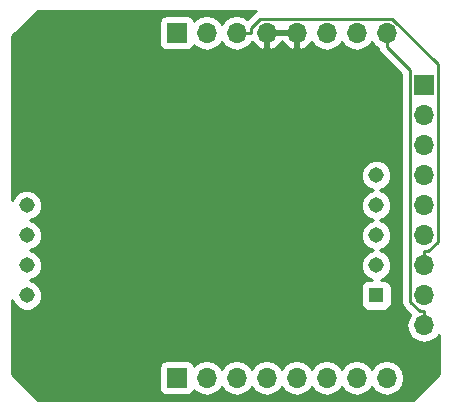
<source format=gbl>
G04 #@! TF.FileFunction,Copper,L2,Bot,Signal*
%FSLAX46Y46*%
G04 Gerber Fmt 4.6, Leading zero omitted, Abs format (unit mm)*
G04 Created by KiCad (PCBNEW 4.0.7-e2-6376~58~ubuntu17.04.1) date Fri Oct  6 15:08:15 2017*
%MOMM*%
%LPD*%
G01*
G04 APERTURE LIST*
%ADD10C,0.100000*%
%ADD11R,1.308000X1.308000*%
%ADD12C,1.308000*%
%ADD13R,1.700000X1.700000*%
%ADD14O,1.700000X1.700000*%
%ADD15C,0.250000*%
%ADD16C,0.254000*%
G04 APERTURE END LIST*
D10*
D11*
X175641000Y-113665000D03*
D12*
X175641000Y-111125000D03*
X175641000Y-108585000D03*
X175641000Y-106045000D03*
X175641000Y-103505000D03*
X146050000Y-113665000D03*
X146050000Y-111125000D03*
X146050000Y-108585000D03*
X146050000Y-106045000D03*
D13*
X158750000Y-120650000D03*
D14*
X161290000Y-120650000D03*
X163830000Y-120650000D03*
X166370000Y-120650000D03*
X168910000Y-120650000D03*
X171450000Y-120650000D03*
X173990000Y-120650000D03*
X176530000Y-120650000D03*
D13*
X158750000Y-91440000D03*
D14*
X161290000Y-91440000D03*
X163830000Y-91440000D03*
X166370000Y-91440000D03*
X168910000Y-91440000D03*
X171450000Y-91440000D03*
X173990000Y-91440000D03*
X176530000Y-91440000D03*
D13*
X179705000Y-95885000D03*
D14*
X179705000Y-98425000D03*
X179705000Y-100965000D03*
X179705000Y-103505000D03*
X179705000Y-106045000D03*
X179705000Y-108585000D03*
X179705000Y-111125000D03*
X179705000Y-113665000D03*
X179705000Y-116205000D03*
D15*
X165005300Y-91074700D02*
X165005300Y-91440000D01*
X165826300Y-90253700D02*
X165005300Y-91074700D01*
X177024700Y-90253700D02*
X165826300Y-90253700D01*
X180880400Y-94109400D02*
X177024700Y-90253700D01*
X180880400Y-109141600D02*
X180880400Y-94109400D01*
X180072300Y-109949700D02*
X180880400Y-109141600D01*
X179705000Y-109949700D02*
X180072300Y-109949700D01*
X179705000Y-111125000D02*
X179705000Y-109949700D01*
X163830000Y-91440000D02*
X165005300Y-91440000D01*
X178529700Y-94615000D02*
X176530000Y-92615300D01*
X178529700Y-114221800D02*
X178529700Y-94615000D01*
X179337600Y-115029700D02*
X178529700Y-114221800D01*
X179705000Y-115029700D02*
X179337600Y-115029700D01*
X179705000Y-116205000D02*
X179705000Y-115029700D01*
X176530000Y-91440000D02*
X176530000Y-92615300D01*
D16*
G36*
X165288899Y-89716299D02*
X164738757Y-90266441D01*
X164398285Y-90038946D01*
X163830000Y-89925907D01*
X163261715Y-90038946D01*
X162779946Y-90360853D01*
X162560000Y-90690026D01*
X162340054Y-90360853D01*
X161858285Y-90038946D01*
X161290000Y-89925907D01*
X160721715Y-90038946D01*
X160239946Y-90360853D01*
X160212150Y-90402452D01*
X160203162Y-90354683D01*
X160064090Y-90138559D01*
X159851890Y-89993569D01*
X159600000Y-89942560D01*
X157900000Y-89942560D01*
X157664683Y-89986838D01*
X157448559Y-90125910D01*
X157303569Y-90338110D01*
X157252560Y-90590000D01*
X157252560Y-92290000D01*
X157296838Y-92525317D01*
X157435910Y-92741441D01*
X157648110Y-92886431D01*
X157900000Y-92937440D01*
X159600000Y-92937440D01*
X159835317Y-92893162D01*
X160051441Y-92754090D01*
X160196431Y-92541890D01*
X160210086Y-92474459D01*
X160239946Y-92519147D01*
X160721715Y-92841054D01*
X161290000Y-92954093D01*
X161858285Y-92841054D01*
X162340054Y-92519147D01*
X162560000Y-92189974D01*
X162779946Y-92519147D01*
X163261715Y-92841054D01*
X163830000Y-92954093D01*
X164398285Y-92841054D01*
X164880054Y-92519147D01*
X165106790Y-92179812D01*
X165108211Y-92179530D01*
X165174817Y-92321358D01*
X165603076Y-92711645D01*
X166013110Y-92881476D01*
X166243000Y-92760155D01*
X166243000Y-91567000D01*
X166497000Y-91567000D01*
X166497000Y-92760155D01*
X166726890Y-92881476D01*
X167136924Y-92711645D01*
X167565183Y-92321358D01*
X167640000Y-92162046D01*
X167714817Y-92321358D01*
X168143076Y-92711645D01*
X168553110Y-92881476D01*
X168783000Y-92760155D01*
X168783000Y-91567000D01*
X166497000Y-91567000D01*
X166243000Y-91567000D01*
X166223000Y-91567000D01*
X166223000Y-91313000D01*
X166243000Y-91313000D01*
X166243000Y-91293000D01*
X166497000Y-91293000D01*
X166497000Y-91313000D01*
X168783000Y-91313000D01*
X168783000Y-91293000D01*
X169037000Y-91293000D01*
X169037000Y-91313000D01*
X169057000Y-91313000D01*
X169057000Y-91567000D01*
X169037000Y-91567000D01*
X169037000Y-92760155D01*
X169266890Y-92881476D01*
X169676924Y-92711645D01*
X170105183Y-92321358D01*
X170172298Y-92178447D01*
X170399946Y-92519147D01*
X170881715Y-92841054D01*
X171450000Y-92954093D01*
X172018285Y-92841054D01*
X172500054Y-92519147D01*
X172720000Y-92189974D01*
X172939946Y-92519147D01*
X173421715Y-92841054D01*
X173990000Y-92954093D01*
X174558285Y-92841054D01*
X175040054Y-92519147D01*
X175260000Y-92189974D01*
X175479946Y-92519147D01*
X175792402Y-92727923D01*
X175827852Y-92906139D01*
X175992599Y-93152701D01*
X177769700Y-94929802D01*
X177769700Y-114221800D01*
X177827552Y-114512639D01*
X177992299Y-114759201D01*
X178530600Y-115297502D01*
X178303946Y-115636715D01*
X178190907Y-116205000D01*
X178303946Y-116773285D01*
X178625853Y-117255054D01*
X179107622Y-117576961D01*
X179675907Y-117690000D01*
X179734093Y-117690000D01*
X180302378Y-117576961D01*
X180784147Y-117255054D01*
X180925000Y-117044252D01*
X180925000Y-120366264D01*
X178786264Y-122505000D01*
X146968736Y-122505000D01*
X144830000Y-120366264D01*
X144830000Y-119800000D01*
X157252560Y-119800000D01*
X157252560Y-121500000D01*
X157296838Y-121735317D01*
X157435910Y-121951441D01*
X157648110Y-122096431D01*
X157900000Y-122147440D01*
X159600000Y-122147440D01*
X159835317Y-122103162D01*
X160051441Y-121964090D01*
X160196431Y-121751890D01*
X160210086Y-121684459D01*
X160239946Y-121729147D01*
X160721715Y-122051054D01*
X161290000Y-122164093D01*
X161858285Y-122051054D01*
X162340054Y-121729147D01*
X162560000Y-121399974D01*
X162779946Y-121729147D01*
X163261715Y-122051054D01*
X163830000Y-122164093D01*
X164398285Y-122051054D01*
X164880054Y-121729147D01*
X165100000Y-121399974D01*
X165319946Y-121729147D01*
X165801715Y-122051054D01*
X166370000Y-122164093D01*
X166938285Y-122051054D01*
X167420054Y-121729147D01*
X167640000Y-121399974D01*
X167859946Y-121729147D01*
X168341715Y-122051054D01*
X168910000Y-122164093D01*
X169478285Y-122051054D01*
X169960054Y-121729147D01*
X170180000Y-121399974D01*
X170399946Y-121729147D01*
X170881715Y-122051054D01*
X171450000Y-122164093D01*
X172018285Y-122051054D01*
X172500054Y-121729147D01*
X172720000Y-121399974D01*
X172939946Y-121729147D01*
X173421715Y-122051054D01*
X173990000Y-122164093D01*
X174558285Y-122051054D01*
X175040054Y-121729147D01*
X175260000Y-121399974D01*
X175479946Y-121729147D01*
X175961715Y-122051054D01*
X176530000Y-122164093D01*
X177098285Y-122051054D01*
X177580054Y-121729147D01*
X177901961Y-121247378D01*
X178015000Y-120679093D01*
X178015000Y-120620907D01*
X177901961Y-120052622D01*
X177580054Y-119570853D01*
X177098285Y-119248946D01*
X176530000Y-119135907D01*
X175961715Y-119248946D01*
X175479946Y-119570853D01*
X175260000Y-119900026D01*
X175040054Y-119570853D01*
X174558285Y-119248946D01*
X173990000Y-119135907D01*
X173421715Y-119248946D01*
X172939946Y-119570853D01*
X172720000Y-119900026D01*
X172500054Y-119570853D01*
X172018285Y-119248946D01*
X171450000Y-119135907D01*
X170881715Y-119248946D01*
X170399946Y-119570853D01*
X170180000Y-119900026D01*
X169960054Y-119570853D01*
X169478285Y-119248946D01*
X168910000Y-119135907D01*
X168341715Y-119248946D01*
X167859946Y-119570853D01*
X167640000Y-119900026D01*
X167420054Y-119570853D01*
X166938285Y-119248946D01*
X166370000Y-119135907D01*
X165801715Y-119248946D01*
X165319946Y-119570853D01*
X165100000Y-119900026D01*
X164880054Y-119570853D01*
X164398285Y-119248946D01*
X163830000Y-119135907D01*
X163261715Y-119248946D01*
X162779946Y-119570853D01*
X162560000Y-119900026D01*
X162340054Y-119570853D01*
X161858285Y-119248946D01*
X161290000Y-119135907D01*
X160721715Y-119248946D01*
X160239946Y-119570853D01*
X160212150Y-119612452D01*
X160203162Y-119564683D01*
X160064090Y-119348559D01*
X159851890Y-119203569D01*
X159600000Y-119152560D01*
X157900000Y-119152560D01*
X157664683Y-119196838D01*
X157448559Y-119335910D01*
X157303569Y-119548110D01*
X157252560Y-119800000D01*
X144830000Y-119800000D01*
X144830000Y-114087806D01*
X144956602Y-114394206D01*
X145318887Y-114757124D01*
X145792477Y-114953776D01*
X146305273Y-114954223D01*
X146779206Y-114758398D01*
X147142124Y-114396113D01*
X147338776Y-113922523D01*
X147339223Y-113409727D01*
X147174473Y-113011000D01*
X174339560Y-113011000D01*
X174339560Y-114319000D01*
X174383838Y-114554317D01*
X174522910Y-114770441D01*
X174735110Y-114915431D01*
X174987000Y-114966440D01*
X176295000Y-114966440D01*
X176530317Y-114922162D01*
X176746441Y-114783090D01*
X176891431Y-114570890D01*
X176942440Y-114319000D01*
X176942440Y-113011000D01*
X176898162Y-112775683D01*
X176759090Y-112559559D01*
X176546890Y-112414569D01*
X176295000Y-112363560D01*
X176018887Y-112363560D01*
X176370206Y-112218398D01*
X176733124Y-111856113D01*
X176929776Y-111382523D01*
X176930223Y-110869727D01*
X176734398Y-110395794D01*
X176372113Y-110032876D01*
X175943270Y-109854804D01*
X176370206Y-109678398D01*
X176733124Y-109316113D01*
X176929776Y-108842523D01*
X176930223Y-108329727D01*
X176734398Y-107855794D01*
X176372113Y-107492876D01*
X175943270Y-107314804D01*
X176370206Y-107138398D01*
X176733124Y-106776113D01*
X176929776Y-106302523D01*
X176930223Y-105789727D01*
X176734398Y-105315794D01*
X176372113Y-104952876D01*
X175943270Y-104774804D01*
X176370206Y-104598398D01*
X176733124Y-104236113D01*
X176929776Y-103762523D01*
X176930223Y-103249727D01*
X176734398Y-102775794D01*
X176372113Y-102412876D01*
X175898523Y-102216224D01*
X175385727Y-102215777D01*
X174911794Y-102411602D01*
X174548876Y-102773887D01*
X174352224Y-103247477D01*
X174351777Y-103760273D01*
X174547602Y-104234206D01*
X174909887Y-104597124D01*
X175338730Y-104775196D01*
X174911794Y-104951602D01*
X174548876Y-105313887D01*
X174352224Y-105787477D01*
X174351777Y-106300273D01*
X174547602Y-106774206D01*
X174909887Y-107137124D01*
X175338730Y-107315196D01*
X174911794Y-107491602D01*
X174548876Y-107853887D01*
X174352224Y-108327477D01*
X174351777Y-108840273D01*
X174547602Y-109314206D01*
X174909887Y-109677124D01*
X175338730Y-109855196D01*
X174911794Y-110031602D01*
X174548876Y-110393887D01*
X174352224Y-110867477D01*
X174351777Y-111380273D01*
X174547602Y-111854206D01*
X174909887Y-112217124D01*
X175262544Y-112363560D01*
X174987000Y-112363560D01*
X174751683Y-112407838D01*
X174535559Y-112546910D01*
X174390569Y-112759110D01*
X174339560Y-113011000D01*
X147174473Y-113011000D01*
X147143398Y-112935794D01*
X146781113Y-112572876D01*
X146352270Y-112394804D01*
X146779206Y-112218398D01*
X147142124Y-111856113D01*
X147338776Y-111382523D01*
X147339223Y-110869727D01*
X147143398Y-110395794D01*
X146781113Y-110032876D01*
X146352270Y-109854804D01*
X146779206Y-109678398D01*
X147142124Y-109316113D01*
X147338776Y-108842523D01*
X147339223Y-108329727D01*
X147143398Y-107855794D01*
X146781113Y-107492876D01*
X146352270Y-107314804D01*
X146779206Y-107138398D01*
X147142124Y-106776113D01*
X147338776Y-106302523D01*
X147339223Y-105789727D01*
X147143398Y-105315794D01*
X146781113Y-104952876D01*
X146307523Y-104756224D01*
X145794727Y-104755777D01*
X145320794Y-104951602D01*
X144957876Y-105313887D01*
X144830000Y-105621846D01*
X144830000Y-91723736D01*
X146968736Y-89585000D01*
X165485402Y-89585000D01*
X165288899Y-89716299D01*
X165288899Y-89716299D01*
G37*
X165288899Y-89716299D02*
X164738757Y-90266441D01*
X164398285Y-90038946D01*
X163830000Y-89925907D01*
X163261715Y-90038946D01*
X162779946Y-90360853D01*
X162560000Y-90690026D01*
X162340054Y-90360853D01*
X161858285Y-90038946D01*
X161290000Y-89925907D01*
X160721715Y-90038946D01*
X160239946Y-90360853D01*
X160212150Y-90402452D01*
X160203162Y-90354683D01*
X160064090Y-90138559D01*
X159851890Y-89993569D01*
X159600000Y-89942560D01*
X157900000Y-89942560D01*
X157664683Y-89986838D01*
X157448559Y-90125910D01*
X157303569Y-90338110D01*
X157252560Y-90590000D01*
X157252560Y-92290000D01*
X157296838Y-92525317D01*
X157435910Y-92741441D01*
X157648110Y-92886431D01*
X157900000Y-92937440D01*
X159600000Y-92937440D01*
X159835317Y-92893162D01*
X160051441Y-92754090D01*
X160196431Y-92541890D01*
X160210086Y-92474459D01*
X160239946Y-92519147D01*
X160721715Y-92841054D01*
X161290000Y-92954093D01*
X161858285Y-92841054D01*
X162340054Y-92519147D01*
X162560000Y-92189974D01*
X162779946Y-92519147D01*
X163261715Y-92841054D01*
X163830000Y-92954093D01*
X164398285Y-92841054D01*
X164880054Y-92519147D01*
X165106790Y-92179812D01*
X165108211Y-92179530D01*
X165174817Y-92321358D01*
X165603076Y-92711645D01*
X166013110Y-92881476D01*
X166243000Y-92760155D01*
X166243000Y-91567000D01*
X166497000Y-91567000D01*
X166497000Y-92760155D01*
X166726890Y-92881476D01*
X167136924Y-92711645D01*
X167565183Y-92321358D01*
X167640000Y-92162046D01*
X167714817Y-92321358D01*
X168143076Y-92711645D01*
X168553110Y-92881476D01*
X168783000Y-92760155D01*
X168783000Y-91567000D01*
X166497000Y-91567000D01*
X166243000Y-91567000D01*
X166223000Y-91567000D01*
X166223000Y-91313000D01*
X166243000Y-91313000D01*
X166243000Y-91293000D01*
X166497000Y-91293000D01*
X166497000Y-91313000D01*
X168783000Y-91313000D01*
X168783000Y-91293000D01*
X169037000Y-91293000D01*
X169037000Y-91313000D01*
X169057000Y-91313000D01*
X169057000Y-91567000D01*
X169037000Y-91567000D01*
X169037000Y-92760155D01*
X169266890Y-92881476D01*
X169676924Y-92711645D01*
X170105183Y-92321358D01*
X170172298Y-92178447D01*
X170399946Y-92519147D01*
X170881715Y-92841054D01*
X171450000Y-92954093D01*
X172018285Y-92841054D01*
X172500054Y-92519147D01*
X172720000Y-92189974D01*
X172939946Y-92519147D01*
X173421715Y-92841054D01*
X173990000Y-92954093D01*
X174558285Y-92841054D01*
X175040054Y-92519147D01*
X175260000Y-92189974D01*
X175479946Y-92519147D01*
X175792402Y-92727923D01*
X175827852Y-92906139D01*
X175992599Y-93152701D01*
X177769700Y-94929802D01*
X177769700Y-114221800D01*
X177827552Y-114512639D01*
X177992299Y-114759201D01*
X178530600Y-115297502D01*
X178303946Y-115636715D01*
X178190907Y-116205000D01*
X178303946Y-116773285D01*
X178625853Y-117255054D01*
X179107622Y-117576961D01*
X179675907Y-117690000D01*
X179734093Y-117690000D01*
X180302378Y-117576961D01*
X180784147Y-117255054D01*
X180925000Y-117044252D01*
X180925000Y-120366264D01*
X178786264Y-122505000D01*
X146968736Y-122505000D01*
X144830000Y-120366264D01*
X144830000Y-119800000D01*
X157252560Y-119800000D01*
X157252560Y-121500000D01*
X157296838Y-121735317D01*
X157435910Y-121951441D01*
X157648110Y-122096431D01*
X157900000Y-122147440D01*
X159600000Y-122147440D01*
X159835317Y-122103162D01*
X160051441Y-121964090D01*
X160196431Y-121751890D01*
X160210086Y-121684459D01*
X160239946Y-121729147D01*
X160721715Y-122051054D01*
X161290000Y-122164093D01*
X161858285Y-122051054D01*
X162340054Y-121729147D01*
X162560000Y-121399974D01*
X162779946Y-121729147D01*
X163261715Y-122051054D01*
X163830000Y-122164093D01*
X164398285Y-122051054D01*
X164880054Y-121729147D01*
X165100000Y-121399974D01*
X165319946Y-121729147D01*
X165801715Y-122051054D01*
X166370000Y-122164093D01*
X166938285Y-122051054D01*
X167420054Y-121729147D01*
X167640000Y-121399974D01*
X167859946Y-121729147D01*
X168341715Y-122051054D01*
X168910000Y-122164093D01*
X169478285Y-122051054D01*
X169960054Y-121729147D01*
X170180000Y-121399974D01*
X170399946Y-121729147D01*
X170881715Y-122051054D01*
X171450000Y-122164093D01*
X172018285Y-122051054D01*
X172500054Y-121729147D01*
X172720000Y-121399974D01*
X172939946Y-121729147D01*
X173421715Y-122051054D01*
X173990000Y-122164093D01*
X174558285Y-122051054D01*
X175040054Y-121729147D01*
X175260000Y-121399974D01*
X175479946Y-121729147D01*
X175961715Y-122051054D01*
X176530000Y-122164093D01*
X177098285Y-122051054D01*
X177580054Y-121729147D01*
X177901961Y-121247378D01*
X178015000Y-120679093D01*
X178015000Y-120620907D01*
X177901961Y-120052622D01*
X177580054Y-119570853D01*
X177098285Y-119248946D01*
X176530000Y-119135907D01*
X175961715Y-119248946D01*
X175479946Y-119570853D01*
X175260000Y-119900026D01*
X175040054Y-119570853D01*
X174558285Y-119248946D01*
X173990000Y-119135907D01*
X173421715Y-119248946D01*
X172939946Y-119570853D01*
X172720000Y-119900026D01*
X172500054Y-119570853D01*
X172018285Y-119248946D01*
X171450000Y-119135907D01*
X170881715Y-119248946D01*
X170399946Y-119570853D01*
X170180000Y-119900026D01*
X169960054Y-119570853D01*
X169478285Y-119248946D01*
X168910000Y-119135907D01*
X168341715Y-119248946D01*
X167859946Y-119570853D01*
X167640000Y-119900026D01*
X167420054Y-119570853D01*
X166938285Y-119248946D01*
X166370000Y-119135907D01*
X165801715Y-119248946D01*
X165319946Y-119570853D01*
X165100000Y-119900026D01*
X164880054Y-119570853D01*
X164398285Y-119248946D01*
X163830000Y-119135907D01*
X163261715Y-119248946D01*
X162779946Y-119570853D01*
X162560000Y-119900026D01*
X162340054Y-119570853D01*
X161858285Y-119248946D01*
X161290000Y-119135907D01*
X160721715Y-119248946D01*
X160239946Y-119570853D01*
X160212150Y-119612452D01*
X160203162Y-119564683D01*
X160064090Y-119348559D01*
X159851890Y-119203569D01*
X159600000Y-119152560D01*
X157900000Y-119152560D01*
X157664683Y-119196838D01*
X157448559Y-119335910D01*
X157303569Y-119548110D01*
X157252560Y-119800000D01*
X144830000Y-119800000D01*
X144830000Y-114087806D01*
X144956602Y-114394206D01*
X145318887Y-114757124D01*
X145792477Y-114953776D01*
X146305273Y-114954223D01*
X146779206Y-114758398D01*
X147142124Y-114396113D01*
X147338776Y-113922523D01*
X147339223Y-113409727D01*
X147174473Y-113011000D01*
X174339560Y-113011000D01*
X174339560Y-114319000D01*
X174383838Y-114554317D01*
X174522910Y-114770441D01*
X174735110Y-114915431D01*
X174987000Y-114966440D01*
X176295000Y-114966440D01*
X176530317Y-114922162D01*
X176746441Y-114783090D01*
X176891431Y-114570890D01*
X176942440Y-114319000D01*
X176942440Y-113011000D01*
X176898162Y-112775683D01*
X176759090Y-112559559D01*
X176546890Y-112414569D01*
X176295000Y-112363560D01*
X176018887Y-112363560D01*
X176370206Y-112218398D01*
X176733124Y-111856113D01*
X176929776Y-111382523D01*
X176930223Y-110869727D01*
X176734398Y-110395794D01*
X176372113Y-110032876D01*
X175943270Y-109854804D01*
X176370206Y-109678398D01*
X176733124Y-109316113D01*
X176929776Y-108842523D01*
X176930223Y-108329727D01*
X176734398Y-107855794D01*
X176372113Y-107492876D01*
X175943270Y-107314804D01*
X176370206Y-107138398D01*
X176733124Y-106776113D01*
X176929776Y-106302523D01*
X176930223Y-105789727D01*
X176734398Y-105315794D01*
X176372113Y-104952876D01*
X175943270Y-104774804D01*
X176370206Y-104598398D01*
X176733124Y-104236113D01*
X176929776Y-103762523D01*
X176930223Y-103249727D01*
X176734398Y-102775794D01*
X176372113Y-102412876D01*
X175898523Y-102216224D01*
X175385727Y-102215777D01*
X174911794Y-102411602D01*
X174548876Y-102773887D01*
X174352224Y-103247477D01*
X174351777Y-103760273D01*
X174547602Y-104234206D01*
X174909887Y-104597124D01*
X175338730Y-104775196D01*
X174911794Y-104951602D01*
X174548876Y-105313887D01*
X174352224Y-105787477D01*
X174351777Y-106300273D01*
X174547602Y-106774206D01*
X174909887Y-107137124D01*
X175338730Y-107315196D01*
X174911794Y-107491602D01*
X174548876Y-107853887D01*
X174352224Y-108327477D01*
X174351777Y-108840273D01*
X174547602Y-109314206D01*
X174909887Y-109677124D01*
X175338730Y-109855196D01*
X174911794Y-110031602D01*
X174548876Y-110393887D01*
X174352224Y-110867477D01*
X174351777Y-111380273D01*
X174547602Y-111854206D01*
X174909887Y-112217124D01*
X175262544Y-112363560D01*
X174987000Y-112363560D01*
X174751683Y-112407838D01*
X174535559Y-112546910D01*
X174390569Y-112759110D01*
X174339560Y-113011000D01*
X147174473Y-113011000D01*
X147143398Y-112935794D01*
X146781113Y-112572876D01*
X146352270Y-112394804D01*
X146779206Y-112218398D01*
X147142124Y-111856113D01*
X147338776Y-111382523D01*
X147339223Y-110869727D01*
X147143398Y-110395794D01*
X146781113Y-110032876D01*
X146352270Y-109854804D01*
X146779206Y-109678398D01*
X147142124Y-109316113D01*
X147338776Y-108842523D01*
X147339223Y-108329727D01*
X147143398Y-107855794D01*
X146781113Y-107492876D01*
X146352270Y-107314804D01*
X146779206Y-107138398D01*
X147142124Y-106776113D01*
X147338776Y-106302523D01*
X147339223Y-105789727D01*
X147143398Y-105315794D01*
X146781113Y-104952876D01*
X146307523Y-104756224D01*
X145794727Y-104755777D01*
X145320794Y-104951602D01*
X144957876Y-105313887D01*
X144830000Y-105621846D01*
X144830000Y-91723736D01*
X146968736Y-89585000D01*
X165485402Y-89585000D01*
X165288899Y-89716299D01*
G36*
X179832000Y-113538000D02*
X179852000Y-113538000D01*
X179852000Y-113792000D01*
X179832000Y-113792000D01*
X179832000Y-113812000D01*
X179578000Y-113812000D01*
X179578000Y-113792000D01*
X179558000Y-113792000D01*
X179558000Y-113538000D01*
X179578000Y-113538000D01*
X179578000Y-113518000D01*
X179832000Y-113518000D01*
X179832000Y-113538000D01*
X179832000Y-113538000D01*
G37*
X179832000Y-113538000D02*
X179852000Y-113538000D01*
X179852000Y-113792000D01*
X179832000Y-113792000D01*
X179832000Y-113812000D01*
X179578000Y-113812000D01*
X179578000Y-113792000D01*
X179558000Y-113792000D01*
X179558000Y-113538000D01*
X179578000Y-113538000D01*
X179578000Y-113518000D01*
X179832000Y-113518000D01*
X179832000Y-113538000D01*
M02*

</source>
